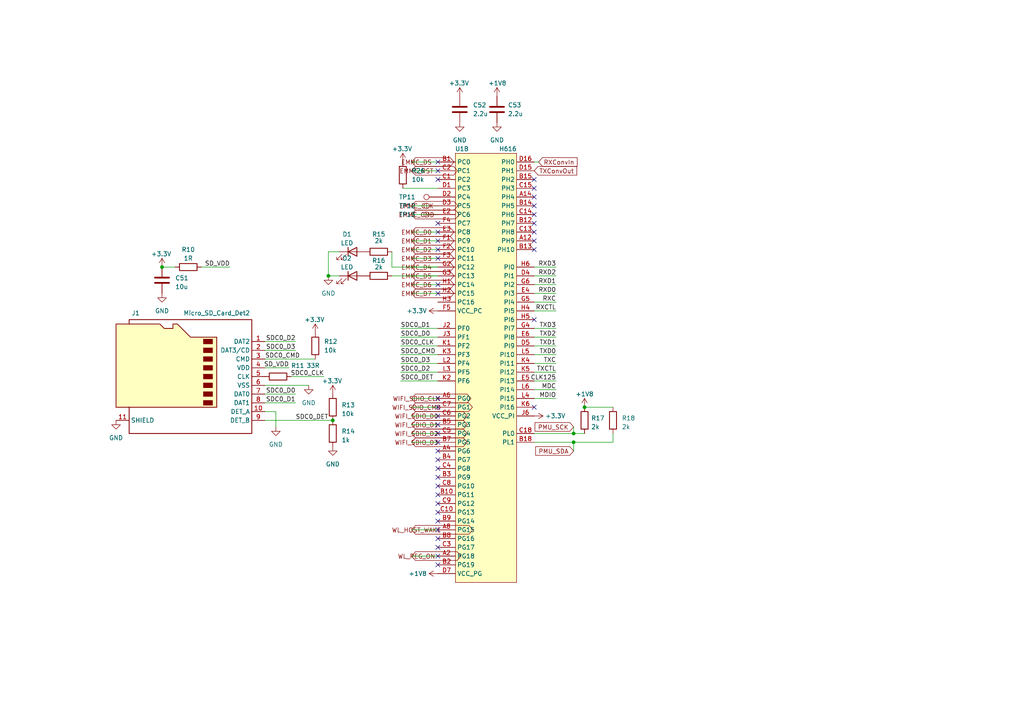
<source format=kicad_sch>
(kicad_sch (version 20231120) (generator "eeschema") (generator_version "8.0")
  (paper "A4")
  (lib_symbols
    (symbol "Connector:Micro_SD_Card_Det2"
      (property "Reference" "J" (at -16.51 17.78 0))
      (property "Value" "Micro_SD_Card_Det2" (at 16.51 17.78 0))
      (symbol "Micro_SD_Card_Det2_0_1"
        (rectangle (start -7.62 -6.985) (end -5.08 -8.255) (stroke (width 0.254)) (fill (type outline)))
        (rectangle (start -7.62 -4.445) (end -5.08 -5.715) (stroke (width 0.254)) (fill (type outline)))
        (rectangle (start -7.62 -1.905) (end -5.08 -3.175) (stroke (width 0.254)) (fill (type outline)))
        (rectangle (start -7.62 0.635) (end -5.08 -0.635) (stroke (width 0.254)) (fill (type outline)))
        (rectangle (start -7.62 3.175) (end -5.08 1.905) (stroke (width 0.254)) (fill (type outline)))
        (rectangle (start -7.62 5.715) (end -5.08 4.445) (stroke (width 0.254)) (fill (type outline)))
        (rectangle (start -7.62 8.255) (end -5.08 6.985) (stroke (width 0.254)) (fill (type outline)))
        (rectangle (start -7.62 10.795) (end -5.08 9.525) (stroke (width 0.254)) (fill (type outline)))
        (polyline (pts (xy 16.51 15.24) (xy 16.51 16.51) (xy -19.05 16.51) (xy -19.05 -16.51) (xy 16.51 -16.51) (xy 16.51 -8.89)) (stroke (width 0.254)))
        (polyline (pts (xy -8.89 -8.89) (xy -8.89 11.43) (xy -1.27 11.43) (xy 2.54 15.24) (xy 3.81 15.24) (xy 3.81 13.97) (xy 6.35 13.97) (xy 7.62 15.24) (xy 20.32 15.24) (xy 20.32 -8.89) (xy -8.89 -8.89)) (stroke (width 0.254)) (fill (type background)))
      )
      (symbol "Micro_SD_Card_Det2_1_1"
        (pin bidirectional line (at -22.86 10.16 0) (length 3.81) (name "DAT2") (number "1"))
        (pin passive line (at -22.86 -10.16 0) (length 3.81) (name "DET_A") (number "10"))
        (pin passive line (at 20.32 -12.7 180) (length 3.81) (name "SHIELD") (number "11"))
        (pin bidirectional line (at -22.86 7.62 0) (length 3.81) (name "DAT3/CD") (number "2"))
        (pin input line (at -22.86 5.08 0) (length 3.81) (name "CMD") (number "3"))
        (pin power_in line (at -22.86 2.54 0) (length 3.81) (name "VDD") (number "4"))
        (pin input line (at -22.86 0 0) (length 3.81) (name "CLK") (number "5"))
        (pin power_in line (at -22.86 -2.54 0) (length 3.81) (name "VSS") (number "6"))
        (pin bidirectional line (at -22.86 -5.08 0) (length 3.81) (name "DAT0") (number "7"))
        (pin bidirectional line (at -22.86 -7.62 0) (length 3.81) (name "DAT1") (number "8"))
        (pin passive line (at -22.86 -12.7 0) (length 3.81) (name "DET_B") (number "9"))
      )
    )
    (symbol "Connector:TestPoint" (pin_numbers hide) (pin_names (offset 0.762) hide)
      (property "Reference" "TP" (at 0 6.858 0))
      (property "Value" "TestPoint" (at 0 5.08 0))
      (symbol "TestPoint_0_1"
        (circle (center 0 3.302) (radius 0.762))
      )
      (symbol "TestPoint_1_1"
        (pin passive line (at 0 0 90) (length 2.54) (name "1") (number "1"))
      )
    )
    (symbol "Device:C" (pin_numbers hide) (pin_names (offset 0.254))
      (property "Reference" "C" (at 0.635 2.54 0))
      (property "Value" "C" (at 0.635 -2.54 0))
      (symbol "C_0_1"
        (polyline (pts (xy -2.032 -0.762) (xy 2.032 -0.762)) (stroke (width 0.508)))
        (polyline (pts (xy -2.032 0.762) (xy 2.032 0.762)) (stroke (width 0.508)))
      )
      (symbol "C_1_1"
        (pin passive line (at 0 3.81 270) (length 2.794) (name "~") (number "1"))
        (pin passive line (at 0 -3.81 90) (length 2.794) (name "~") (number "2"))
      )
    )
    (symbol "Device:LED" (pin_numbers hide) (pin_names (offset 1.016) hide)
      (property "Reference" "D" (at 0 2.54 0))
      (property "Value" "LED" (at 0 -2.54 0))
      (symbol "LED_0_1"
        (polyline (pts (xy -1.27 -1.27) (xy -1.27 1.27)) (stroke (width 0.254)))
        (polyline (pts (xy -1.27 0) (xy 1.27 0)))
        (polyline (pts (xy 1.27 -1.27) (xy 1.27 1.27) (xy -1.27 0) (xy 1.27 -1.27)) (stroke (width 0.254)))
        (polyline (pts (xy -3.048 -0.762) (xy -4.572 -2.286) (xy -3.81 -2.286) (xy -4.572 -2.286) (xy -4.572 -1.524)))
        (polyline (pts (xy -1.778 -0.762) (xy -3.302 -2.286) (xy -2.54 -2.286) (xy -3.302 -2.286) (xy -3.302 -1.524)))
      )
      (symbol "LED_1_1"
        (pin passive line (at -3.81 0 0) (length 2.54) (name "K") (number "1"))
        (pin passive line (at 3.81 0 180) (length 2.54) (name "A") (number "2"))
      )
    )
    (symbol "Device:R" (pin_numbers hide) (pin_names (offset 0))
      (property "Reference" "R" (at 2.032 0 90))
      (property "Value" "R" (at 0 0 90))
      (symbol "R_0_1"
        (rectangle (start -1.016 -2.54) (end 1.016 2.54) (stroke (width 0.254)))
      )
      (symbol "R_1_1"
        (pin passive line (at 0 3.81 270) (length 1.27) (name "~") (number "1"))
        (pin passive line (at 0 -3.81 90) (length 1.27) (name "~") (number "2"))
      )
    )
    (symbol "H616_lib:H616"
      (property "Reference" "U" (at 0 0 0))
      (symbol "H616_1_1"
        (rectangle (start -7.62 -2.54) (end 15.24 -118.11) (fill (type background)))
        (pin input line (at 20.32 -92.71 180) (length 5.08) (name "VCC_DRAM2") (number "L10"))
        (pin input line (at 20.32 -95.25 180) (length 5.08) (name "VCC_DRAM3") (number "L11"))
        (pin input line (at 20.32 -97.79 180) (length 5.08) (name "VCC_DRAM4") (number "L12"))
        (pin input line (at 20.32 -100.33 180) (length 5.08) (name "VCC_DRAM5") (number "L13"))
        (pin input line (at 20.32 -102.87 180) (length 5.08) (name "VDD18_DRAM") (number "L14"))
        (pin input line (at 20.32 -87.63 180) (length 5.08) (name "SZQ") (number "L15"))
        (pin input line (at 20.32 -90.17 180) (length 5.08) (name "VCC_DRAM1") (number "L9"))
        (pin input line (at -12.7 -113.03 0) (length 5.08) (name "SDQM3") (number "N10"))
        (pin input line (at -12.7 -44.45 0) (length 5.08) (name "SA15") (number "N13"))
        (pin input line (at -12.7 -29.21 0) (length 5.08) (name "SA9") (number "N16"))
        (pin input line (at -12.7 -24.13 0) (length 5.08) (name "SA7") (number "N19"))
        (pin input line (at 20.32 -11.43 180) (length 5.08) (name "SDQ2") (number "N2"))
        (pin input line (at -12.7 -69.85 0) (length 5.08) (name "SODT1") (number "N20"))
        (pin input line (at -12.7 -49.53 0) (length 5.08) (name "SBA0") (number "N21"))
        (pin input line (at 20.32 -6.35 180) (length 5.08) (name "SDQ0") (number "N3"))
        (pin input line (at 20.32 -39.37 180) (length 5.08) (name "SDQ13") (number "N4"))
        (pin input line (at 20.32 -44.45 180) (length 5.08) (name "SDQ15") (number "N5"))
        (pin input line (at 20.32 -72.39 180) (length 5.08) (name "SDQ26") (number "N7"))
        (pin input line (at 20.32 -19.05 180) (length 5.08) (name "SDQ5") (number "P1"))
        (pin input line (at 20.32 -77.47 180) (length 5.08) (name "SDQ28") (number "P10"))
        (pin input line (at 20.32 -82.55 180) (length 5.08) (name "SDQ30") (number "P12"))
        (pin input line (at -12.7 -80.01 0) (length 5.08) (name "SCKE1") (number "P13"))
        (pin input line (at -12.7 -19.05 0) (length 5.08) (name "SA5") (number "P15"))
        (pin input line (at -12.7 -39.37 0) (length 5.08) (name "SA13") (number "P16"))
        (pin input line (at -12.7 -59.69 0) (length 5.08) (name "SACT") (number "P18"))
        (pin input line (at 20.32 -24.13 180) (length 5.08) (name "SDQ7") (number "P2"))
        (pin input line (at -12.7 -54.61 0) (length 5.08) (name "SBG0") (number "P20"))
        (pin input line (at -12.7 -57.15 0) (length 5.08) (name "SBG1") (number "P21"))
        (pin input line (at 20.32 -31.75 180) (length 5.08) (name "SDQ10") (number "P4"))
        (pin input line (at 20.32 -26.67 180) (length 5.08) (name "SDQ8") (number "P5"))
        (pin input line (at 20.32 -41.91 180) (length 5.08) (name "SDQ14") (number "P6"))
        (pin input line (at 20.32 -69.85 180) (length 5.08) (name "SDQ25") (number "P7"))
        (pin input line (at 20.32 -74.93 180) (length 5.08) (name "SDQ27") (number "P9"))
        (pin input line (at -12.7 -87.63 0) (length 5.08) (name "SDQS0N") (number "R1"))
        (pin input line (at 20.32 -85.09 180) (length 5.08) (name "SDQ31") (number "R12"))
        (pin input line (at -12.7 -52.07 0) (length 5.08) (name "SBA1") (number "R15"))
        (pin input line (at -12.7 -16.51 0) (length 5.08) (name "SA4") (number "R18"))
        (pin input line (at -12.7 -31.75 0) (length 5.08) (name "SA10") (number "R19"))
        (pin input line (at -12.7 -85.09 0) (length 5.08) (name "SDQS0P") (number "R2"))
        (pin input line (at -12.7 -64.77 0) (length 5.08) (name "SCS1") (number "R20"))
        (pin input line (at -12.7 -107.95 0) (length 5.08) (name "SDQM1") (number "R3"))
        (pin input line (at 20.32 -34.29 180) (length 5.08) (name "SDQ11") (number "R4"))
        (pin input line (at 20.32 -36.83 180) (length 5.08) (name "SDQ12") (number "R6"))
        (pin input line (at 20.32 -67.31 180) (length 5.08) (name "SDQ24") (number "R9"))
        (pin input line (at 20.32 -46.99 180) (length 5.08) (name "SDQ16") (number "T11"))
        (pin input line (at 20.32 -52.07 180) (length 5.08) (name "SDQ18") (number "T12"))
        (pin input line (at -12.7 -72.39 0) (length 5.08) (name "SCKP") (number "T14"))
        (pin input line (at -12.7 -13.97 0) (length 5.08) (name "SA3") (number "T16"))
        (pin input line (at -12.7 -11.43 0) (length 5.08) (name "SA2") (number "T18"))
        (pin input line (at 20.32 -21.59 180) (length 5.08) (name "SDQ6") (number "T2"))
        (pin input line (at -12.7 -67.31 0) (length 5.08) (name "SODT0") (number "T20"))
        (pin input line (at -12.7 -6.35 0) (length 5.08) (name "SA0") (number "T21"))
        (pin input line (at 20.32 -13.97 180) (length 5.08) (name "SDQ3") (number "T4"))
        (pin input line (at 20.32 -64.77 180) (length 5.08) (name "SDQ23") (number "T5"))
        (pin input line (at 20.32 -57.15 180) (length 5.08) (name "SDQ20") (number "T6"))
        (pin input line (at 20.32 -62.23 180) (length 5.08) (name "SDQ22") (number "T7"))
        (pin input line (at -12.7 -110.49 0) (length 5.08) (name "SDQM2") (number "T9"))
        (pin input line (at -12.7 -105.41 0) (length 5.08) (name "SDQM0") (number "U1"))
        (pin input line (at -12.7 -102.87 0) (length 5.08) (name "SDQS3N") (number "U10"))
        (pin input line (at 20.32 -80.01 180) (length 5.08) (name "SDQ29") (number "U11"))
        (pin input line (at 20.32 -49.53 180) (length 5.08) (name "SDQ17") (number "U12"))
        (pin input line (at -12.7 -74.93 0) (length 5.08) (name "SCKN") (number "U14"))
        (pin input line (at -12.7 -34.29 0) (length 5.08) (name "SA11") (number "U15"))
        (pin input line (at -12.7 -36.83 0) (length 5.08) (name "SA12") (number "U16"))
        (pin input line (at -12.7 -8.89 0) (length 5.08) (name "SA1") (number "U17"))
        (pin input line (at -12.7 -46.99 0) (length 5.08) (name "SA16") (number "U18"))
        (pin input line (at -12.7 -26.67 0) (length 5.08) (name "SA8") (number "U19"))
        (pin input line (at -12.7 -90.17 0) (length 5.08) (name "SDQS1P") (number "U2"))
        (pin input line (at -12.7 -21.59 0) (length 5.08) (name "SA6") (number "U20"))
        (pin input line (at -12.7 -82.55 0) (length 5.08) (name "SRST") (number "U21"))
        (pin input line (at 20.32 -16.51 180) (length 5.08) (name "SDQ4") (number "U3"))
        (pin input line (at 20.32 -8.89 180) (length 5.08) (name "SDQ1") (number "U4"))
        (pin input line (at 20.32 -59.69 180) (length 5.08) (name "SDQ21") (number "U5"))
        (pin input line (at -12.7 -97.79 0) (length 5.08) (name "SDQS2N") (number "U8"))
        (pin input line (at 20.32 -54.61 180) (length 5.08) (name "SDQ19") (number "U9"))
        (pin input line (at -12.7 -100.33 0) (length 5.08) (name "SDQS3P") (number "V10"))
        (pin input line (at -12.7 -77.47 0) (length 5.08) (name "SCKE0") (number "V15"))
        (pin input line (at -12.7 -62.23 0) (length 5.08) (name "SCS0") (number "V17"))
        (pin input line (at -12.7 -92.71 0) (length 5.08) (name "SDQS1N") (number "V2"))
        (pin input line (at -12.7 -41.91 0) (length 5.08) (name "SA14") (number "V20"))
        (pin input line (at 20.32 -29.21 180) (length 5.08) (name "SDQ9") (number "V3"))
        (pin input line (at -12.7 -95.25 0) (length 5.08) (name "SDQS2P") (number "V8"))
      )
      (symbol "H616_2_1"
        (rectangle (start -7.62 -38.1) (end 10.16 -162.56) (fill (type background)))
        (pin input line (at 15.24 -63.5 180) (length 5.08) (name "PH9") (number "A12"))
        (pin input line (at 15.24 -50.8 180) (length 5.08) (name "PH4") (number "A14"))
        (pin input line (at -12.7 -154.94 0) (length 5.08) (name "PG18") (number "A2"))
        (pin input line (at -12.7 -124.46 0) (length 5.08) (name "PG6") (number "A4"))
        (pin input line (at -12.7 -109.22 0) (length 5.08) (name "PG0") (number "A6"))
        (pin input line (at -12.7 -147.32 0) (length 5.08) (name "PG15") (number "A8"))
        (pin input line (at -12.7 -40.64 0) (length 5.08) (name "PC0") (number "B1"))
        (pin input line (at -12.7 -137.16 0) (length 5.08) (name "PG11") (number "B10"))
        (pin input line (at 15.24 -58.42 180) (length 5.08) (name "PH7") (number "B12"))
        (pin input line (at 15.24 -66.04 180) (length 5.08) (name "PH10") (number "B13"))
        (pin input line (at 15.24 -53.34 180) (length 5.08) (name "PH5") (number "B14"))
        (pin input line (at 15.24 -45.72 180) (length 5.08) (name "PH2") (number "B15"))
        (pin input line (at 15.24 -121.92 180) (length 5.08) (name "PL1") (number "B18"))
        (pin input line (at -12.7 -157.48 0) (length 5.08) (name "PG19") (number "B2"))
        (pin input line (at -12.7 -132.08 0) (length 5.08) (name "PG9") (number "B3"))
        (pin input line (at -12.7 -127 0) (length 5.08) (name "PG7") (number "B4"))
        (pin input line (at -12.7 -116.84 0) (length 5.08) (name "PG3") (number "B5"))
        (pin input line (at -12.7 -121.92 0) (length 5.08) (name "PG5") (number "B7"))
        (pin input line (at -12.7 -149.86 0) (length 5.08) (name "PG16") (number "B8"))
        (pin input line (at -12.7 -144.78 0) (length 5.08) (name "PG14") (number "B9"))
        (pin input line (at -12.7 -45.72 0) (length 5.08) (name "PC2") (number "C1"))
        (pin input line (at -12.7 -142.24 0) (length 5.08) (name "PG13") (number "C10"))
        (pin input line (at 15.24 -60.96 180) (length 5.08) (name "PH8") (number "C13"))
        (pin input line (at 15.24 -55.88 180) (length 5.08) (name "PH6") (number "C14"))
        (pin input line (at 15.24 -48.26 180) (length 5.08) (name "PH3") (number "C15"))
        (pin input line (at 15.24 -119.38 180) (length 5.08) (name "PL0") (number "C18"))
        (pin input line (at -12.7 -43.18 0) (length 5.08) (name "PC1") (number "C2"))
        (pin input line (at -12.7 -152.4 0) (length 5.08) (name "PG17") (number "C3"))
        (pin input line (at -12.7 -129.54 0) (length 5.08) (name "PG8") (number "C4"))
        (pin input line (at -12.7 -119.38 0) (length 5.08) (name "PG4") (number "C5"))
        (pin input line (at -12.7 -114.3 0) (length 5.08) (name "PG2") (number "C6"))
        (pin input line (at -12.7 -111.76 0) (length 5.08) (name "PG1") (number "C7"))
        (pin input line (at -12.7 -134.62 0) (length 5.08) (name "PG10") (number "C8"))
        (pin input line (at -12.7 -139.7 0) (length 5.08) (name "PG12") (number "C9"))
        (pin input line (at -12.7 -48.26 0) (length 5.08) (name "PC3") (number "D1"))
        (pin input line (at 15.24 -43.18 180) (length 5.08) (name "PH1") (number "D15"))
        (pin input line (at 15.24 -40.64 180) (length 5.08) (name "PH0") (number "D16"))
        (pin input line (at -12.7 -50.8 0) (length 5.08) (name "PC4") (number "D2"))
        (pin input line (at -12.7 -53.34 0) (length 5.08) (name "PC5") (number "D3"))
        (pin input line (at 15.24 -73.66 180) (length 5.08) (name "PI1") (number "D4"))
        (pin input line (at 15.24 -93.98 180) (length 5.08) (name "PI9") (number "D5"))
        (pin input line (at -12.7 -160.02 0) (length 5.08) (name "VCC_PG") (number "D7"))
        (pin input line (at -12.7 -55.88 0) (length 5.08) (name "PC6") (number "E2"))
        (pin input line (at -12.7 -60.96 0) (length 5.08) (name "PC8") (number "E3"))
        (pin input line (at 15.24 -78.74 180) (length 5.08) (name "PI3") (number "E4"))
        (pin input line (at 15.24 -104.14 180) (length 5.08) (name "PI13") (number "E5"))
        (pin input line (at 15.24 -91.44 180) (length 5.08) (name "PI8") (number "E6"))
        (pin input line (at -12.7 -63.5 0) (length 5.08) (name "PC9") (number "F1"))
        (pin input line (at -12.7 -66.04 0) (length 5.08) (name "PC10") (number "F2"))
        (pin input line (at -12.7 -68.58 0) (length 5.08) (name "PC11") (number "F3"))
        (pin input line (at -12.7 -58.42 0) (length 5.08) (name "PC7") (number "F4"))
        (pin input line (at -12.7 -83.82 0) (length 5.08) (name "VCC_PC") (number "F5"))
        (pin input line (at -12.7 -71.12 0) (length 5.08) (name "PC12") (number "G2"))
        (pin input line (at -12.7 -73.66 0) (length 5.08) (name "PC13") (number "G3"))
        (pin input line (at 15.24 -88.9 180) (length 5.08) (name "PI7") (number "G4"))
        (pin input line (at 15.24 -81.28 180) (length 5.08) (name "PI4") (number "G5"))
        (pin input line (at 15.24 -76.2 180) (length 5.08) (name "PI2") (number "G6"))
        (pin input line (at -12.7 -76.2 0) (length 5.08) (name "PC14") (number "H1"))
        (pin input line (at -12.7 -78.74 0) (length 5.08) (name "PC15") (number "H2"))
        (pin input line (at -12.7 -81.28 0) (length 5.08) (name "PC16") (number "H3"))
        (pin input line (at 15.24 -83.82 180) (length 5.08) (name "PI5") (number "H4"))
        (pin input line (at 15.24 -86.36 180) (length 5.08) (name "PI6") (number "H5"))
        (pin input line (at 15.24 -71.12 180) (length 5.08) (name "PI0") (number "H6"))
        (pin input line (at -12.7 -88.9 0) (length 5.08) (name "PF0") (number "J2"))
        (pin input line (at -12.7 -91.44 0) (length 5.08) (name "PF1") (number "J3"))
        (pin input line (at 15.24 -114.3 180) (length 5.08) (name "VCC_PI") (number "J6"))
        (pin input line (at -12.7 -93.98 0) (length 5.08) (name "PF2") (number "K1"))
        (pin input line (at -12.7 -104.14 0) (length 5.08) (name "PF6") (number "K2"))
        (pin input line (at -12.7 -96.52 0) (length 5.08) (name "PF3") (number "K3"))
        (pin input line (at 15.24 -99.06 180) (length 5.08) (name "PI11") (number "K4"))
        (pin input line (at 15.24 -101.6 180) (length 5.08) (name "PI12") (number "K5"))
        (pin input line (at 15.24 -111.76 180) (length 5.08) (name "PI16") (number "K6"))
        (pin input line (at -12.7 -99.06 0) (length 5.08) (name "PF4") (number "L2"))
        (pin input line (at -12.7 -101.6 0) (length 5.08) (name "PF5") (number "L3"))
        (pin input line (at 15.24 -109.22 180) (length 5.08) (name "PI15") (number "L4"))
        (pin input line (at 15.24 -96.52 180) (length 5.08) (name "PI10") (number "L5"))
        (pin input line (at 15.24 -106.68 180) (length 5.08) (name "PI14") (number "L6"))
      )
      (symbol "H616_3_1"
        (rectangle (start -8.89 -39.37) (end 13.97 -115.57) (fill (type background)))
        (pin input line (at 19.05 -86.36 180) (length 5.08) (name "RESET") (number "A16"))
        (pin input line (at 19.05 -45.72 180) (length 5.08) (name "EPHY_TXP") (number "A19"))
        (pin input line (at 19.05 -48.26 180) (length 5.08) (name "EPYH_TXN") (number "A20"))
        (pin input line (at 19.05 -101.6 180) (length 5.08) (name "DXIN") (number "B11"))
        (pin input line (at 19.05 -88.9 180) (length 5.08) (name "FEL") (number "B17"))
        (pin input line (at 19.05 -43.18 180) (length 5.08) (name "EPHY_RTX") (number "B19"))
        (pin input line (at 19.05 -50.8 180) (length 5.08) (name "EPHY_RXP") (number "B20"))
        (pin input line (at 19.05 -53.34 180) (length 5.08) (name "EPHY_RXN") (number "B21"))
        (pin input line (at 19.05 -106.68 180) (length 5.08) (name "REFCLK_OUT") (number "C11"))
        (pin input line (at 19.05 -104.14 180) (length 5.08) (name "DXOUT") (number "C12"))
        (pin input line (at 19.05 -91.44 180) (length 5.08) (name "JTAG_SEL") (number "C16"))
        (pin input line (at -13.97 -106.68 0) (length 5.08) (name "AC_VRA1") (number "C17"))
        (pin input line (at -13.97 -53.34 0) (length 5.08) (name "HTX2P") (number "C19"))
        (pin input line (at -13.97 -55.88 0) (length 5.08) (name "HTX2N") (number "C20"))
        (pin input line (at 19.05 -111.76 180) (length 5.08) (name "VCC_DCXO") (number "D11"))
        (pin input line (at 19.05 -99.06 180) (length 5.08) (name "VCC_PLL") (number "D12"))
        (pin input line (at 19.05 -109.22 180) (length 5.08) (name "DXLDO_OUT") (number "D13"))
        (pin input line (at 19.05 -96.52 180) (length 5.08) (name "PLLTEST") (number "D14"))
        (pin input line (at -13.97 -104.14 0) (length 5.08) (name "AC_AVCC") (number "D18"))
        (pin input line (at -13.97 -48.26 0) (length 5.08) (name "HTX1P") (number "D20"))
        (pin input line (at -13.97 -50.8 0) (length 5.08) (name "HTX1N") (number "D21"))
        (pin input line (at 19.05 -55.88 180) (length 5.08) (name "VCC_EPHY") (number "E18"))
        (pin input line (at -13.97 -43.18 0) (length 5.08) (name "HTX0P") (number "E19"))
        (pin input line (at -13.97 -45.72 0) (length 5.08) (name "HTX0N") (number "E20"))
        (pin input line (at -13.97 -73.66 0) (length 5.08) (name "VCC_HDMI") (number "F18"))
        (pin input line (at -13.97 -63.5 0) (length 5.08) (name "HSCL") (number "F19"))
        (pin input line (at -13.97 -58.42 0) (length 5.08) (name "HTXCP") (number "F20"))
        (pin input line (at -13.97 -60.96 0) (length 5.08) (name "HTXCN") (number "F21"))
        (pin input line (at -13.97 -68.58 0) (length 5.08) (name "HCEC") (number "G17"))
        (pin input line (at -13.97 -71.12 0) (length 5.08) (name "HHPD") (number "G18"))
        (pin input line (at -13.97 -88.9 0) (length 5.08) (name "LINEOUTL") (number "G19"))
        (pin input line (at -13.97 -91.44 0) (length 5.08) (name "LINEOUTR") (number "G20"))
        (pin input line (at -13.97 -66.04 0) (length 5.08) (name "HSDA") (number "G21"))
        (pin input line (at -13.97 -86.36 0) (length 5.08) (name "AVCC") (number "H17"))
        (pin input line (at -13.97 -93.98 0) (length 5.08) (name "AGND") (number "H18"))
        (pin input line (at -13.97 -99.06 0) (length 5.08) (name "VCC_TV") (number "H20"))
        (pin input line (at -13.97 -81.28 0) (length 5.08) (name "VRA2") (number "J17"))
        (pin input line (at -13.97 -78.74 0) (length 5.08) (name "VRA1") (number "J18"))
        (pin input line (at 19.05 -60.96 180) (length 5.08) (name "USB0_DM") (number "J19"))
        (pin input line (at 19.05 -63.5 180) (length 5.08) (name "USB0_DP") (number "J20"))
        (pin input line (at -13.97 -96.52 0) (length 5.08) (name "TV_OUT") (number "J21"))
        (pin input line (at -13.97 -83.82 0) (length 5.08) (name "REXT") (number "K18"))
        (pin input line (at 19.05 -71.12 180) (length 5.08) (name "USB2_DM") (number "K19"))
        (pin input line (at 19.05 -73.66 180) (length 5.08) (name "USB2_DP") (number "K20"))
        (pin input line (at 19.05 -93.98 180) (length 5.08) (name "LRADC") (number "L18"))
        (pin input line (at 19.05 -76.2 180) (length 5.08) (name "USB3_DM") (number "L19"))
        (pin input line (at 19.05 -78.74 180) (length 5.08) (name "USB3_DP") (number "L20"))
        (pin input line (at 19.05 -81.28 180) (length 5.08) (name "VCC_USB") (number "M18"))
        (pin input line (at 19.05 -66.04 180) (length 5.08) (name "USB1_DM") (number "M19"))
        (pin input line (at 19.05 -68.58 180) (length 5.08) (name "USB1_DP") (number "M20"))
      )
      (symbol "H616_4_1"
        (rectangle (start -6.35 -2.54) (end 19.05 -112.395) (fill (type background)))
        (pin input line (at -11.43 -64.77 0) (length 5.08) (name "GND1") (number "A1"))
        (pin input line (at -11.43 -67.31 0) (length 5.08) (name "GND2") (number "A10"))
        (pin input line (at -11.43 -69.85 0) (length 5.08) (name "GND3") (number "A18"))
        (pin input line (at -11.43 -72.39 0) (length 5.08) (name "GND4") (number "A21"))
        (pin input line (at -11.43 -77.47 0) (length 5.08) (name "GND6") (number "B16"))
        (pin input line (at -11.43 -74.93 0) (length 5.08) (name "GND5") (number "B6"))
        (pin input line (at -11.43 -59.69 0) (length 5.08) (name "VCC_IO") (number "D10"))
        (pin input line (at -11.43 -80.01 0) (length 5.08) (name "GND7") (number "D19"))
        (pin input line (at -11.43 -46.99 0) (length 5.08) (name "VDD_GPU2") (number "F10"))
        (pin input line (at -11.43 -6.35 0) (length 5.08) (name "VDD_SYS1") (number "F11"))
        (pin input line (at -11.43 -8.89 0) (length 5.08) (name "VDD_SYS2") (number "F12"))
        (pin input line (at -11.43 -11.43 0) (length 5.08) (name "VDD_SYS3") (number "F13"))
        (pin input line (at -11.43 -82.55 0) (length 5.08) (name "GND8") (number "F14"))
        (pin input line (at -11.43 -85.09 0) (length 5.08) (name "GND9") (number "F15"))
        (pin input line (at -11.43 -54.61 0) (length 5.08) (name "VDD_GPUFB") (number "F8"))
        (pin input line (at -11.43 -44.45 0) (length 5.08) (name "VDD_GPU1") (number "F9"))
        (pin input line (at -11.43 -13.97 0) (length 5.08) (name "VDD_SYS4") (number "G10"))
        (pin input line (at -11.43 -16.51 0) (length 5.08) (name "VDD_SYS5") (number "G11"))
        (pin input line (at -11.43 -19.05 0) (length 5.08) (name "VDD_SYS6") (number "G12"))
        (pin input line (at -11.43 -87.63 0) (length 5.08) (name "GND10") (number "G13"))
        (pin input line (at -11.43 -90.17 0) (length 5.08) (name "GND11") (number "G14"))
        (pin input line (at -11.43 -92.71 0) (length 5.08) (name "GND12") (number "G15"))
        (pin input line (at -11.43 -49.53 0) (length 5.08) (name "VDD_GPU3") (number "G8"))
        (pin input line (at -11.43 -52.07 0) (length 5.08) (name "VDD_GPU4") (number "G9"))
        (pin input line (at -11.43 -95.25 0) (length 5.08) (name "GND13") (number "H10"))
        (pin input line (at -11.43 -97.79 0) (length 5.08) (name "GND14") (number "H11"))
        (pin input line (at -11.43 -100.33 0) (length 5.08) (name "GND15") (number "H12"))
        (pin input line (at 24.13 -6.35 180) (length 5.08) (name "GND16") (number "H13"))
        (pin input line (at 24.13 -8.89 180) (length 5.08) (name "GND17") (number "H14"))
        (pin input line (at 24.13 -11.43 180) (length 5.08) (name "GND18") (number "H15"))
        (pin input line (at 24.13 -13.97 180) (length 5.08) (name "GND19") (number "H19"))
        (pin input line (at -11.43 -24.13 0) (length 5.08) (name "VDD_CPU1") (number "H8"))
        (pin input line (at -11.43 -26.67 0) (length 5.08) (name "VDD_CPU2") (number "H9"))
        (pin input line (at -11.43 -34.29 0) (length 5.08) (name "VDD_CPU5") (number "J10"))
        (pin input line (at -11.43 -36.83 0) (length 5.08) (name "VDD_CPU6") (number "J11"))
        (pin input line (at 24.13 -16.51 180) (length 5.08) (name "GND20") (number "J12"))
        (pin input line (at 24.13 -19.05 180) (length 5.08) (name "GND21") (number "J13"))
        (pin input line (at 24.13 -21.59 180) (length 5.08) (name "GND22") (number "J14"))
        (pin input line (at 24.13 -24.13 180) (length 5.08) (name "GND23") (number "J15"))
        (pin input line (at -11.43 -29.21 0) (length 5.08) (name "VDD_CPU3") (number "J8"))
        (pin input line (at -11.43 -31.75 0) (length 5.08) (name "VDD_CPU4") (number "J9"))
        (pin input line (at 24.13 -34.29 180) (length 5.08) (name "GND27") (number "K10"))
        (pin input line (at 24.13 -36.83 180) (length 5.08) (name "GND28") (number "K11"))
        (pin input line (at 24.13 -39.37 180) (length 5.08) (name "GND29") (number "K12"))
        (pin input line (at 24.13 -41.91 180) (length 5.08) (name "GND30") (number "K13"))
        (pin input line (at 24.13 -44.45 180) (length 5.08) (name "GND31") (number "K14"))
        (pin input line (at 24.13 -46.99 180) (length 5.08) (name "GND32") (number "K15"))
        (pin input line (at 24.13 -29.21 180) (length 5.08) (name "GND25") (number "K8"))
        (pin input line (at 24.13 -31.75 180) (length 5.08) (name "GND26") (number "K9"))
        (pin input line (at 24.13 -49.53 180) (length 5.08) (name "GND33") (number "L21"))
        (pin input line (at -11.43 -39.37 0) (length 5.08) (name "VDD_CPUFB") (number "L8"))
        (pin input line (at 24.13 -26.67 180) (length 5.08) (name "GND24") (number "M1"))
        (pin input line (at 24.13 -52.07 180) (length 5.08) (name "GND34") (number "M2"))
        (pin input line (at 24.13 -54.61 180) (length 5.08) (name "GND35") (number "M3"))
        (pin input line (at 24.13 -62.23 180) (length 5.08) (name "GND38") (number "N12"))
        (pin input line (at 24.13 -64.77 180) (length 5.08) (name "GND39") (number "N15"))
        (pin input line (at 24.13 -67.31 180) (length 5.08) (name "GND40") (number "N18"))
        (pin input line (at 24.13 -57.15 180) (length 5.08) (name "GND36") (number "N6"))
        (pin input line (at 24.13 -59.69 180) (length 5.08) (name "GND37") (number "N9"))
        (pin input line (at 24.13 -69.85 180) (length 5.08) (name "GND41") (number "P3"))
        (pin input line (at 24.13 -74.93 180) (length 5.08) (name "GND43") (number "R21"))
        (pin input line (at 24.13 -72.39 180) (length 5.08) (name "GND42") (number "R5"))
        (pin input line (at 24.13 -77.47 180) (length 5.08) (name "GND44") (number "T1"))
        (pin input line (at 24.13 -85.09 180) (length 5.08) (name "GND47") (number "T10"))
        (pin input line (at 24.13 -87.63 180) (length 5.08) (name "GND48") (number "T15"))
        (pin input line (at 24.13 -90.17 180) (length 5.08) (name "GND49") (number "T17"))
        (pin input line (at 24.13 -80.01 180) (length 5.08) (name "GND45") (number "T3"))
        (pin input line (at 24.13 -82.55 180) (length 5.08) (name "GND46") (number "T8"))
        (pin input line (at 24.13 -95.25 180) (length 5.08) (name "GND51") (number "U13"))
        (pin input line (at 24.13 -92.71 180) (length 5.08) (name "GND50") (number "U6"))
        (pin input line (at 24.13 -97.79 180) (length 5.08) (name "GND52") (number "V1"))
        (pin input line (at 24.13 -102.87 180) (length 5.08) (name "GND54") (number "V12"))
        (pin input line (at 24.13 -105.41 180) (length 5.08) (name "GND55") (number "V19"))
        (pin input line (at 24.13 -107.95 180) (length 5.08) (name "GND56") (number "V21"))
        (pin input line (at 24.13 -100.33 180) (length 5.08) (name "GND53") (number "V5"))
      )
    )
    (symbol "power:+1V8" (power) (pin_names (offset 0))
      (property "Value" "+1V8" (at 0 3.556 0))
      (symbol "+1V8_0_1"
        (polyline (pts (xy -0.762 1.27) (xy 0 2.54)))
        (polyline (pts (xy 0 0) (xy 0 2.54)))
        (polyline (pts (xy 0 2.54) (xy 0.762 1.27)))
      )
      (symbol "+1V8_1_1"
        (pin power_in line (at 0 0 90) (length 0) hide (name "+1V8") (number "1"))
      )
    )
    (symbol "power:+3.3V" (power) (pin_names (offset 0))
      (property "Value" "+3.3V" (at 0 3.556 0))
      (symbol "+3.3V_0_1"
        (polyline (pts (xy -0.762 1.27) (xy 0 2.54)))
        (polyline (pts (xy 0 0) (xy 0 2.54)))
        (polyline (pts (xy 0 2.54) (xy 0.762 1.27)))
      )
      (symbol "+3.3V_1_1"
        (pin power_in line (at 0 0 90) (length 0) hide (name "+3.3V") (number "1"))
      )
    )
    (symbol "power:GND" (power) (pin_names (offset 0))
      (property "Value" "GND" (at 0 -3.81 0))
      (symbol "GND_0_1"
        (polyline (pts (xy 0 0) (xy 0 -1.27) (xy 1.27 -1.27) (xy 0 -2.54) (xy -1.27 -1.27) (xy 0 -1.27)))
      )
      (symbol "GND_1_1"
        (pin power_in line (at 0 0 270) (length 0) hide (name "GND") (number "1"))
      )
    )
  )
  (junction (at 46.99 77.47))
  (junction (at 95.25 80.01))
  (junction (at 166.37 125.73))
  (junction (at 166.37 128.27))
  (junction (at 96.52 121.92))
  (junction (at 169.545 118.11))
  (no_connect (at 127 125.73))
  (no_connect (at 154.94 62.23))
  (no_connect (at 154.94 72.39))
  (no_connect (at 127 64.77))
  (no_connect (at 127 148.59))
  (no_connect (at 127 163.83))
  (no_connect (at 154.94 67.31))
  (no_connect (at 127 123.19))
  (no_connect (at 127 153.67))
  (no_connect (at 127 156.21))
  (no_connect (at 127 138.43))
  (no_connect (at 127 46.99))
  (no_connect (at 127 115.57))
  (no_connect (at 127 120.65))
  (no_connect (at 154.94 69.85))
  (no_connect (at 127 158.75))
  (no_connect (at 127 161.29))
  (no_connect (at 154.94 118.11))
  (no_connect (at 127 151.13))
  (no_connect (at 127 69.85))
  (no_connect (at 127 143.51))
  (no_connect (at 127 135.89))
  (no_connect (at 154.94 54.61))
  (no_connect (at 127 140.97))
  (no_connect (at 127 52.07))
  (no_connect (at 127 130.81))
  (no_connect (at 127 67.31))
  (no_connect (at 127 146.05))
  (no_connect (at 154.94 57.15))
  (no_connect (at 127 82.55))
  (no_connect (at 127 118.11))
  (no_connect (at 127 133.35))
  (no_connect (at 154.94 52.07))
  (no_connect (at 127 85.09))
  (no_connect (at 154.94 92.71))
  (no_connect (at 127 72.39))
  (no_connect (at 154.94 64.77))
  (no_connect (at 154.94 59.69))
  (no_connect (at 127 74.93))
  (no_connect (at 127 49.53))
  (no_connect (at 127 128.27))
  (wire (pts (xy 116.84 54.61) (xy 127 54.61)))
  (wire (pts (xy 116.205 107.95) (xy 127 107.95)))
  (wire (pts (xy 154.94 80.01) (xy 161.29 80.01)))
  (wire (pts (xy 154.94 113.03) (xy 161.29 113.03)))
  (wire (pts (xy 116.205 97.79) (xy 127 97.79)))
  (wire (pts (xy 154.94 87.63) (xy 161.29 87.63)))
  (wire (pts (xy 154.94 110.49) (xy 161.29 110.49)))
  (wire (pts (xy 154.94 77.47) (xy 161.29 77.47)))
  (wire (pts (xy 116.205 100.33) (xy 127 100.33)))
  (wire (pts (xy 166.37 128.27) (xy 166.37 130.81)))
  (wire (pts (xy 76.835 116.84) (xy 85.725 116.84)))
  (wire (pts (xy 154.94 97.79) (xy 161.29 97.79)))
  (wire (pts (xy 116.205 105.41) (xy 127 105.41)))
  (wire (pts (xy 154.94 128.27) (xy 166.37 128.27)))
  (wire (pts (xy 116.205 102.87) (xy 127 102.87)))
  (wire (pts (xy 169.545 118.11) (xy 177.8 118.11)))
  (wire (pts (xy 76.835 114.3) (xy 85.725 114.3)))
  (wire (pts (xy 154.94 115.57) (xy 161.29 115.57)))
  (wire (pts (xy 154.94 125.73) (xy 166.37 125.73)))
  (wire (pts (xy 166.37 123.825) (xy 166.37 125.73)))
  (wire (pts (xy 154.94 85.09) (xy 161.29 85.09)))
  (wire (pts (xy 113.665 80.01) (xy 127 80.01)))
  (wire (pts (xy 58.42 77.47) (xy 66.675 77.47)))
  (wire (pts (xy 113.665 77.47) (xy 127 77.47)))
  (wire (pts (xy 76.835 104.14) (xy 91.44 104.14)))
  (wire (pts (xy 154.94 105.41) (xy 161.29 105.41)))
  (wire (pts (xy 154.94 95.25) (xy 161.29 95.25)))
  (wire (pts (xy 154.94 90.17) (xy 161.29 90.17)))
  (wire (pts (xy 113.665 77.47) (xy 113.665 73.025)))
  (wire (pts (xy 46.99 77.47) (xy 50.8 77.47)))
  (wire (pts (xy 166.37 125.73) (xy 169.545 125.73)))
  (wire (pts (xy 154.94 102.87) (xy 161.29 102.87)))
  (wire (pts (xy 116.205 110.49) (xy 127 110.49)))
  (wire (pts (xy 76.835 119.38) (xy 80.01 119.38)))
  (wire (pts (xy 154.94 46.99) (xy 156.21 46.99)))
  (wire (pts (xy 154.94 107.95) (xy 161.29 107.95)))
  (wire (pts (xy 154.94 100.33) (xy 161.29 100.33)))
  (wire (pts (xy 116.205 95.25) (xy 127 95.25)))
  (wire (pts (xy 76.835 106.68) (xy 83.82 106.68)))
  (wire (pts (xy 95.25 80.01) (xy 98.425 80.01)))
  (wire (pts (xy 84.455 109.22) (xy 93.98 109.22)))
  (wire (pts (xy 76.835 101.6) (xy 85.725 101.6)))
  (wire (pts (xy 98.425 73.025) (xy 95.25 73.025)))
  (wire (pts (xy 166.37 128.27) (xy 177.8 128.27)))
  (wire (pts (xy 177.8 128.27) (xy 177.8 125.73)))
  (wire (pts (xy 76.835 111.76) (xy 89.535 111.76)))
  (wire (pts (xy 80.01 119.38) (xy 80.01 123.825)))
  (wire (pts (xy 76.835 99.06) (xy 85.725 99.06)))
  (wire (pts (xy 95.25 73.025) (xy 95.25 80.01)))
  (wire (pts (xy 76.835 121.92) (xy 96.52 121.92)))
  (wire (pts (xy 154.94 82.55) (xy 161.29 82.55)))
  (label "SDC0_DET" (at 85.725 121.92 0))
  (label "MDIO" (at 161.29 115.57 180))
  (label "SDC0_D1" (at 116.205 95.25 0))
  (label "SDC0_CMD" (at 86.995 104.14 180))
  (label "SDC0_CLK" (at 93.98 109.22 180))
  (label "SD_VDD" (at 83.82 106.68 180))
  (label "SDC0_D2" (at 116.205 107.95 0))
  (label "TXC" (at 161.29 105.41 180))
  (label "TXD2" (at 161.29 97.79 180))
  (label "SDC0_D2" (at 85.725 99.06 180))
  (label "CLK125" (at 161.29 110.49 180))
  (label "RXD0" (at 161.29 85.09 180))
  (label "MDC" (at 161.29 113.03 180))
  (label "RXC" (at 161.29 87.63 180))
  (label "TXD1" (at 161.29 100.33 180))
  (label "SDC0_D1" (at 85.725 116.84 180))
  (label "RXCTL" (at 161.29 90.17 180))
  (label "SDC0_D3" (at 85.725 101.6 180))
  (label "SDC0_D3" (at 116.205 105.41 0))
  (label "SDC0_CMD" (at 116.205 102.87 0))
  (label "TXD3" (at 161.29 95.25 180))
  (label "SDC0_CLK" (at 116.205 100.33 0))
  (label "RXD3" (at 161.29 77.47 180))
  (label "SDC0_D0" (at 85.725 114.3 180))
  (label "RXD2" (at 161.29 80.01 180))
  (label "SDC0_D0" (at 116.205 97.79 0))
  (label "RXD1" (at 161.29 82.55 180))
  (label "SDC0_DET" (at 116.205 110.49 0))
  (label "TXCTL" (at 161.29 107.95 180))
  (label "TXD0" (at 161.29 102.87 180))
  (label "SD_VDD" (at 66.675 77.47 180))
  (global_label "PMU_SCK" (shape input) (at 166.37 123.825 180) (property "Intersheetrefs" "${INTERSHEET_REFS}" (effects (hide yes))))
  (global_label "PMU_SDA" (shape input) (at 166.37 130.81 180) (property "Intersheetrefs" "${INTERSHEET_REFS}" (effects (hide yes))))
  (global_label "TXConvOut" (shape input) (at 154.94 49.53 0) (property "Intersheetrefs" "${INTERSHEET_REFS}" (effects (hide yes))))
  (global_label "RXConvIn" (shape input) (at 156.21 46.99 0) (property "Intersheetrefs" "${INTERSHEET_REFS}" (effects (hide yes))))
  (symbol (lib_id "power:GND") (at 133.35 35.56 0) (unit 1)
    (property "Reference" "#PWR062" (effects (hide yes)))
    (property "Value" "GND" (at 133.35 40.64 0))
  )
  (symbol (lib_id "Device:R") (at 80.645 109.22 90) (unit 1)
    (property "Reference" "R11" (at 86.36 106.045 90))
    (property "Value" "33R" (at 90.805 106.045 90))
    (property "Footprint" "Resistor_SMD:R_0402_1005Metric_Pad0.72x0.64mm_HandSolder" (effects (hide yes)))
  )
  (symbol (lib_id "power:GND") (at 80.01 123.825 0) (unit 1)
    (property "Reference" "#PWR053" (effects (hide yes)))
    (property "Value" "GND" (at 80.01 128.905 0))
  )
  (symbol (lib_id "Device:R") (at 177.8 121.92 180) (unit 1)
    (property "Reference" "R18" (at 180.34 121.285 0) (effects (justify right)))
    (property "Value" "2k" (at 180.34 123.825 0) (effects (justify right)))
    (property "Footprint" "Resistor_SMD:R_0402_1005Metric_Pad0.72x0.64mm_HandSolder" (effects (hide yes)))
  )
  (symbol (lib_id "power:+3.3V") (at 116.84 46.99 0) (unit 1)
    (property "Reference" "#PWR098" (effects (hide yes)))
    (property "Value" "+3.3V" (at 113.665 43.18 0) (effects (justify left)))
  )
  (symbol (lib_id "H616_lib:H616") (at 139.7 6.35 0) (unit 2)
    (property "Reference" "U1" (at 133.985 43.18 0))
    (property "Value" "H616" (at 147.32 43.18 0))
    (property "Footprint" "projectlib:H616_TFBGA284" (effects (hide yes)))
  )
  (symbol (lib_id "power:+3.3V") (at 96.52 114.3 0) (unit 1)
    (property "Reference" "#PWR055" (effects (hide yes)))
    (property "Value" "+3.3V" (at 93.345 110.49 0) (effects (justify left)))
  )
  (symbol (lib_id "Connector:Micro_SD_Card_Det2") (at 53.975 109.22 0) (mirror y) (unit 1)
    (property "Reference" "J1" (at 39.37 90.805 0))
    (property "Value" "Micro_SD_Card_Det2" (at 62.865 90.805 0))
    (property "Footprint" "Connector_Card:microSD_HC_Hirose_DM3AT-SF-PEJM5" (effects (hide yes)))
    (property "Datasheet" "https://www.hirose.com/en/product/document?clcode=&productname=&series=DM3&documenttype=Catalog&lang=en&documentid=D49662_en" (effects (hide yes)))
  )
  (symbol (lib_id "Device:C") (at 46.99 81.28 0) (unit 1)
    (property "Reference" "C51" (at 50.8 80.645 0) (effects (justify left)))
    (property "Value" "10u" (at 50.8 83.185 0) (effects (justify left)))
    (property "Footprint" "Capacitor_SMD:C_0402_1005Metric_Pad0.74x0.62mm_HandSolder" (effects (hide yes)))
  )
  (symbol (lib_id "power:GND") (at 46.99 85.09 0) (unit 1)
    (property "Reference" "#PWR052" (effects (hide yes)))
    (property "Value" "GND" (at 46.99 90.17 0))
  )
  (symbol (lib_id "power:+3.3V") (at 46.99 77.47 0) (unit 1)
    (property "Reference" "#PWR099" (effects (hide yes)))
    (property "Value" "+3.3V" (at 43.815 73.66 0) (effects (justify left)))
  )
  (symbol (lib_id "Connector:TestPoint") (at 127 62.23 90) (unit 1)
    (property "Reference" "TP13" (at 118.11 62.23 90))
    (property "Value" "TestPoint" (effects (hide yes)))
    (property "Footprint" "TestPoint:TestPoint_THTPad_D1.0mm_Drill0.5mm" (effects (hide yes)))
  )
  (symbol (lib_id "Device:R") (at 116.84 50.8 180) (unit 1)
    (property "Reference" "R26" (at 119.38 49.53 0) (effects (justify right)))
    (property "Value" "10k" (at 119.38 52.07 0) (effects (justify right)))
    (property "Footprint" "Resistor_SMD:R_0402_1005Metric_Pad0.72x0.64mm_HandSolder" (effects (hide yes)))
  )
  (symbol (lib_id "Connector:TestPoint") (at 127 57.15 90) (unit 1)
    (property "Reference" "TP11" (at 118.11 57.15 90))
    (property "Value" "TestPoint" (effects (hide yes)))
    (property "Footprint" "TestPoint:TestPoint_THTPad_D1.0mm_Drill0.5mm" (effects (hide yes)))
  )
  (symbol (lib_id "power:GND") (at 33.655 121.92 0) (unit 1)
    (property "Reference" "#PWR050" (effects (hide yes)))
    (property "Value" "GND" (at 33.655 127 0))
  )
  (symbol (lib_id "power:+1V8") (at 127 166.37 90) (unit 1)
    (property "Reference" "#PWR060" (effects (hide yes)))
    (property "Value" "+1V8" (at 123.825 166.37 90) (effects (justify left)))
  )
  (symbol (lib_id "power:+1V8") (at 144.145 27.94 0) (unit 1)
    (property "Reference" "#PWR063" (effects (hide yes)))
    (property "Value" "+1V8" (at 141.605 24.13 0) (effects (justify left)))
  )
  (symbol (lib_id "Device:C") (at 133.35 31.75 0) (unit 1)
    (property "Reference" "C52" (at 137.16 30.48 0) (effects (justify left)))
    (property "Value" "2.2u" (at 137.16 33.02 0) (effects (justify left)))
    (property "Footprint" "Capacitor_SMD:C_0402_1005Metric_Pad0.74x0.62mm_HandSolder" (effects (hide yes)))
  )
  (symbol (lib_id "power:+3.3V") (at 154.94 120.65 270) (unit 1)
    (property "Reference" "#PWR065" (effects (hide yes)))
    (property "Value" "+3.3V" (at 158.115 120.65 90) (effects (justify left)))
  )
  (symbol (lib_id "power:+3.3V") (at 133.35 27.94 0) (unit 1)
    (property "Reference" "#PWR061" (effects (hide yes)))
    (property "Value" "+3.3V" (at 130.175 24.13 0) (effects (justify left)))
  )
  (symbol (lib_id "Device:R") (at 96.52 125.73 180) (unit 1)
    (property "Reference" "R14" (at 99.06 125.095 0) (effects (justify right)))
    (property "Value" "1k" (at 99.06 127.635 0) (effects (justify right)))
    (property "Footprint" "Resistor_SMD:R_0402_1005Metric_Pad0.72x0.64mm_HandSolder" (effects (hide yes)))
  )
  (symbol (lib_id "Device:R") (at 169.545 121.92 180) (unit 1)
    (property "Reference" "R17" (at 171.45 121.285 0) (effects (justify right)))
    (property "Value" "2k" (at 171.45 123.825 0) (effects (justify right)))
    (property "Footprint" "Resistor_SMD:R_0402_1005Metric_Pad0.72x0.64mm_HandSolder" (effects (hide yes)))
  )
  (symbol (lib_id "Connector:TestPoint") (at 127 59.69 90) (unit 1)
    (property "Reference" "TP12" (at 118.11 59.69 90))
    (property "Value" "TestPoint" (effects (hide yes)))
    (property "Footprint" "TestPoint:TestPoint_THTPad_D1.0mm_Drill0.5mm" (effects (hide yes)))
  )
  (symbol (lib_id "power:+1V8") (at 169.545 118.11 0) (unit 1)
    (property "Reference" "#PWR066" (effects (hide yes)))
    (property "Value" "+1V8" (at 169.545 114.3 0))
  )
  (symbol (lib_id "Device:LED") (at 102.235 73.025 0) (unit 1)
    (property "Reference" "D1" (at 100.6475 67.945 0))
    (property "Value" "LED" (at 100.6475 70.485 0))
    (property "Footprint" "LED_SMD:LED_0603_1608Metric_Pad1.05x0.95mm_HandSolder" (effects (hide yes)))
  )
  (symbol (lib_id "power:+3.3V") (at 91.44 96.52 0) (unit 1)
    (property "Reference" "#PWR051" (effects (hide yes)))
    (property "Value" "+3.3V" (at 88.265 92.71 0) (effects (justify left)))
  )
  (symbol (lib_id "Device:R") (at 91.44 100.33 180) (unit 1)
    (property "Reference" "R12" (at 93.98 99.06 0) (effects (justify right)))
    (property "Value" "10k" (at 93.98 101.6 0) (effects (justify right)))
    (property "Footprint" "Resistor_SMD:R_0402_1005Metric_Pad0.72x0.64mm_HandSolder" (effects (hide yes)))
  )
  (symbol (lib_id "power:+3.3V") (at 127 90.17 90) (unit 1)
    (property "Reference" "#PWR059" (effects (hide yes)))
    (property "Value" "+3.3V" (at 123.825 90.17 90) (effects (justify left)))
  )
  (symbol (lib_id "Device:C") (at 144.145 31.75 0) (unit 1)
    (property "Reference" "C53" (at 147.32 30.48 0) (effects (justify left)))
    (property "Value" "2.2u" (at 147.32 33.02 0) (effects (justify left)))
    (property "Footprint" "Capacitor_SMD:C_0402_1005Metric_Pad0.74x0.62mm_HandSolder" (effects (hide yes)))
  )
  (symbol (lib_id "Device:R") (at 109.855 73.025 90) (unit 1)
    (property "Reference" "R15" (at 109.855 67.945 90))
    (property "Value" "2k" (at 109.855 69.85 90))
    (property "Footprint" "Resistor_SMD:R_0402_1005Metric_Pad0.72x0.64mm_HandSolder" (effects (hide yes)))
  )
  (symbol (lib_id "power:GND") (at 96.52 129.54 0) (unit 1)
    (property "Reference" "#PWR058" (effects (hide yes)))
    (property "Value" "GND" (at 96.52 134.62 0))
  )
  (symbol (lib_id "Device:R") (at 109.855 80.01 90) (unit 1)
    (property "Reference" "R16" (at 109.855 75.565 90))
    (property "Value" "2k" (at 109.855 77.47 90))
    (property "Footprint" "Resistor_SMD:R_0402_1005Metric_Pad0.72x0.64mm_HandSolder" (effects (hide yes)))
  )
  (symbol (lib_id "Device:R") (at 96.52 118.11 180) (unit 1)
    (property "Reference" "R13" (at 99.06 117.475 0) (effects (justify right)))
    (property "Value" "10k" (at 99.06 120.015 0) (effects (justify right)))
    (property "Footprint" "Resistor_SMD:R_0402_1005Metric_Pad0.72x0.64mm_HandSolder" (effects (hide yes)))
  )
  (symbol (lib_id "power:GND") (at 144.145 35.56 0) (unit 1)
    (property "Reference" "#PWR064" (effects (hide yes)))
    (property "Value" "GND" (at 144.145 40.64 0))
  )
  (symbol (lib_id "power:GND") (at 89.535 111.76 0) (unit 1)
    (property "Reference" "#PWR054" (effects (hide yes)))
    (property "Value" "GND" (at 89.535 116.84 0))
  )
  (symbol (lib_id "power:GND") (at 95.25 80.01 0) (unit 1)
    (property "Reference" "#PWR056" (effects (hide yes)))
    (property "Value" "GND" (at 95.25 85.09 0))
  )
  (symbol (lib_id "Device:LED") (at 102.235 80.01 0) (unit 1)
    (property "Reference" "D2" (at 100.6475 74.93 0))
    (property "Value" "LED" (at 100.6475 77.47 0))
    (property "Footprint" "LED_SMD:LED_0603_1608Metric_Pad1.05x0.95mm_HandSolder" (effects (hide yes)))
  )
  (symbol (lib_id "Device:R") (at 54.61 77.47 270) (unit 1)
    (property "Reference" "R10" (at 54.61 72.39 90))
    (property "Value" "1R" (at 54.61 74.93 90))
    (property "Footprint" "Resistor_SMD:R_0402_1005Metric_Pad0.72x0.64mm_HandSolder" (effects (hide yes)))
  )
  (wire (pts (xy 127.0 59.69) (xy 119.38 59.69)))
  (global_label "EMMC_CLK" (at 119.38 59.69 180) (property "Intersheetrefs" "${INTERSHEET_REFS}" (effects (hide yes))))
  (wire (pts (xy 127.0 62.23) (xy 119.38 62.23)))
  (global_label "EMMC_CMD" (at 119.38 62.23 180) (property "Intersheetrefs" "${INTERSHEET_REFS}" (effects (hide yes))))
  (wire (pts (xy 127.0 67.31) (xy 119.38 67.31)))
  (global_label "EMMC_D0" (at 119.38 67.31 180) (property "Intersheetrefs" "${INTERSHEET_REFS}" (effects (hide yes))))
  (wire (pts (xy 127.0 69.85) (xy 119.38 69.85)))
  (global_label "EMMC_D1" (at 119.38 69.85 180) (property "Intersheetrefs" "${INTERSHEET_REFS}" (effects (hide yes))))
  (wire (pts (xy 127.0 72.39) (xy 119.38 72.39)))
  (global_label "EMMC_D2" (at 119.38 72.39 180) (property "Intersheetrefs" "${INTERSHEET_REFS}" (effects (hide yes))))
  (wire (pts (xy 127.0 74.93) (xy 119.38 74.93)))
  (global_label "EMMC_D3" (at 119.38 74.93 180) (property "Intersheetrefs" "${INTERSHEET_REFS}" (effects (hide yes))))
  (wire (pts (xy 127.0 77.47) (xy 119.38 77.47)))
  (global_label "EMMC_D4" (at 119.38 77.47 180) (property "Intersheetrefs" "${INTERSHEET_REFS}" (effects (hide yes))))
  (wire (pts (xy 127.0 80.01) (xy 119.38 80.01)))
  (global_label "EMMC_D5" (at 119.38 80.01 180) (property "Intersheetrefs" "${INTERSHEET_REFS}" (effects (hide yes))))
  (wire (pts (xy 127.0 82.55) (xy 119.38 82.55)))
  (global_label "EMMC_D6" (at 119.38 82.55 180) (property "Intersheetrefs" "${INTERSHEET_REFS}" (effects (hide yes))))
  (wire (pts (xy 127.0 85.09) (xy 119.38 85.09)))
  (global_label "EMMC_D7" (at 119.38 85.09 180) (property "Intersheetrefs" "${INTERSHEET_REFS}" (effects (hide yes))))
  (wire (pts (xy 127.0 46.99) (xy 119.38 46.99)))
  (global_label "EMMC_DS" (at 119.38 46.99 180) (property "Intersheetrefs" "${INTERSHEET_REFS}" (effects (hide yes))))
  (wire (pts (xy 127.0 49.53) (xy 119.38 49.53)))
  (global_label "EMMC_RST" (at 119.38 49.53 180) (property "Intersheetrefs" "${INTERSHEET_REFS}" (effects (hide yes))))
  (wire (pts (xy 127.0 115.57) (xy 119.38 115.57)))
  (global_label "WIFI_SDIO_CLK" (at 119.38 115.57 180) (property "Intersheetrefs" "${INTERSHEET_REFS}" (effects (hide yes))))
  (wire (pts (xy 127.0 118.11) (xy 119.38 118.11)))
  (global_label "WIFI_SDIO_CMD" (at 119.38 118.11 180) (property "Intersheetrefs" "${INTERSHEET_REFS}" (effects (hide yes))))
  (wire (pts (xy 127.0 120.65) (xy 119.38 120.65)))
  (global_label "WIFI_SDIO_D0" (at 119.38 120.65 180) (property "Intersheetrefs" "${INTERSHEET_REFS}" (effects (hide yes))))
  (wire (pts (xy 127.0 123.19) (xy 119.38 123.19)))
  (global_label "WIFI_SDIO_D1" (at 119.38 123.19 180) (property "Intersheetrefs" "${INTERSHEET_REFS}" (effects (hide yes))))
  (wire (pts (xy 127.0 125.73) (xy 119.38 125.73)))
  (global_label "WIFI_SDIO_D2" (at 119.38 125.73 180) (property "Intersheetrefs" "${INTERSHEET_REFS}" (effects (hide yes))))
  (wire (pts (xy 127.0 128.27) (xy 119.38 128.27)))
  (global_label "WIFI_SDIO_D3" (at 119.38 128.27 180) (property "Intersheetrefs" "${INTERSHEET_REFS}" (effects (hide yes))))
  (wire (pts (xy 127.0 161.29) (xy 119.38 161.29)))
  (global_label "WL_REG_ON" (at 119.38 161.29 180) (property "Intersheetrefs" "${INTERSHEET_REFS}" (effects (hide yes))))
  (wire (pts (xy 127.0 153.67) (xy 119.38 153.67)))
  (global_label "WL_HOST_WAKE" (at 119.38 153.67 180) (property "Intersheetrefs" "${INTERSHEET_REFS}" (effects (hide yes))))
)
</source>
